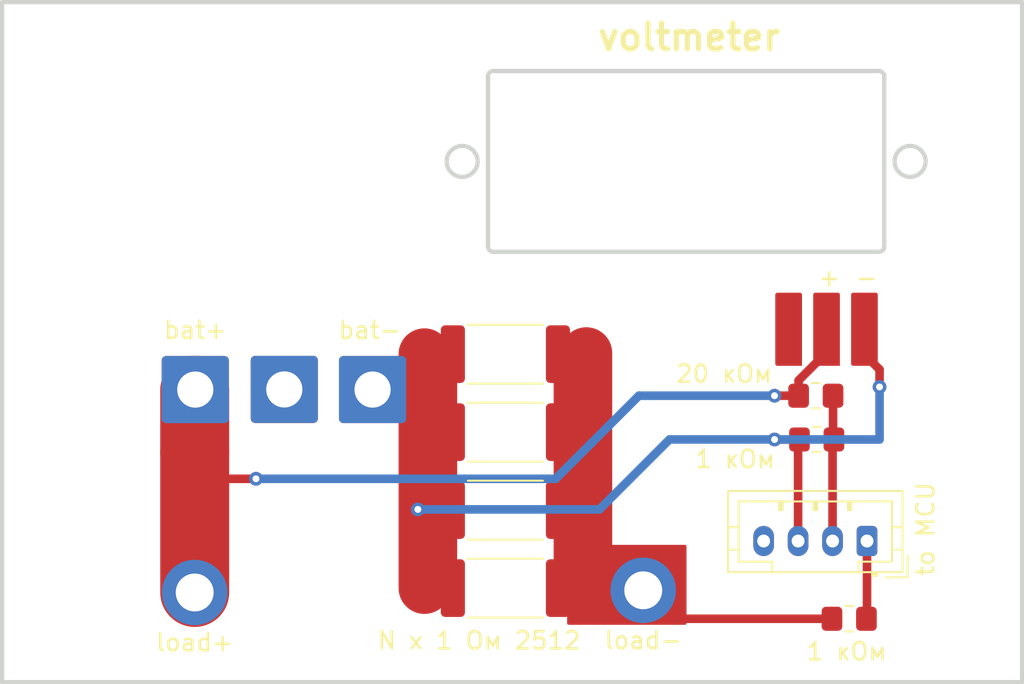
<source format=kicad_pcb>
(kicad_pcb (version 20211014) (generator pcbnew)
  (layers (0 "F.Cu" signal) (31 "B.Cu" signal) (34 "B.Paste" user) (35 "F.Paste" user) (36 "B.SilkS" user "B.Silkscreen") (37 "F.SilkS" user "F.Silkscreen") (38 "B.Mask" user) (39 "F.Mask" user) (44 "Edge.Cuts" user))
  (net 0 "")
  (net 1 "bat1-")
  (net 2 "u1")
  (net 3 "bat1+")
  (net 4 "i1")
  (net 5 "Net-(H4-Pad1)")
  (footprint "Resistor_SMD:R_2512_6332Metric_Pad1.40x3.35mm_HandSolder" (layer "F.Cu") (at 133.967 92.918666)
    (fp_text reference "R2" hide)
    (fp_text value "1 Ом 1 Вт" hide)
    (fp_line (start -2.177064 -1.71) (end 2.177064 -1.71) (layer "F.SilkS") (width 0.12))
    (fp_line (start -2.177064 1.71) (end 2.177064 1.71) (layer "F.SilkS") (width 0.12))
    (pad "1" smd roundrect locked (at -3.05 0) (size 1.4 3.35) (layers "F.Cu" "F.Paste" "F.Mask") (roundrect_rratio 0.1785707143) (net 1 "bat1-"))
    (pad "2" smd roundrect locked (at 3.05 0) (size 1.4 3.35) (layers "F.Cu" "F.Paste" "F.Mask") (roundrect_rratio 0.1785707143) (net 5 "Net-(H4-Pad1)"))
  )
  (footprint "Resistor_SMD:R_0805_2012Metric_Pad1.20x1.40mm_HandSolder" (layer "F.Cu") (at 153.922 103.759)
    (fp_text reference "R12" hide)
    (fp_text value "1 кОм" (at -0.143 1.902) (layer "F.SilkS"))
    (fp_line (start -0.227064 0.735) (end 0.227064 0.735) (layer "F.SilkS") (width 0.12))
    (fp_line (start -0.227064 -0.735) (end 0.227064 -0.735) (layer "F.SilkS") (width 0.12))
    (pad "1" smd roundrect locked (at -1 0) (size 1.2 1.4) (layers "F.Cu" "F.Paste" "F.Mask") (roundrect_rratio 0.2083333333) (net 5 "Net-(H4-Pad1)"))
    (pad "2" smd roundrect locked (at 1 0) (size 1.2 1.4) (layers "F.Cu" "F.Paste" "F.Mask") (roundrect_rratio 0.2083333333) (net 4 "i1"))
  )
  (footprint "Connector_Wire:SolderWire-1.5sqmm_1x01_D1.7mm_OD3.9mm" (layer "F.Cu") (at 115.96701 90.445548)
    (fp_text reference "H1" hide)
    (fp_text value "bat+" (at 0 -3.453548) (layer "F.SilkS"))
    (pad "1" thru_hole roundrect locked (at 0 0) (size 3.9 3.9) (drill 2.1) (layers *.Cu *.Mask) (roundrect_rratio 0.06410307692) (net 3 "bat1+"))
  )
  (footprint "Resistor_SMD:R_2512_6332Metric_Pad1.40x3.35mm_HandSolder" (layer "F.Cu") (at 133.967 101.978)
    (fp_text reference "R1" hide)
    (fp_text value "N x 1 Ом 2512" (at -1.524 3.048) (layer "F.SilkS"))
    (fp_line (start -2.177064 -1.71) (end 2.177064 -1.71) (layer "F.SilkS") (width 0.12))
    (fp_line (start -2.177064 1.71) (end 2.177064 1.71) (layer "F.SilkS") (width 0.12))
    (pad "1" smd roundrect locked (at -3.05 0) (size 1.4 3.35) (layers "F.Cu" "F.Paste" "F.Mask") (roundrect_rratio 0.1785707143) (net 1 "bat1-"))
    (pad "2" smd roundrect locked (at 3.05 0) (size 1.4 3.35) (layers "F.Cu" "F.Paste" "F.Mask") (roundrect_rratio 0.1785707143) (net 5 "Net-(H4-Pad1)"))
  )
  (footprint "Resistor_SMD:R_0805_2012Metric_Pad1.20x1.40mm_HandSolder" (layer "F.Cu") (at 151.985 90.802)
    (fp_text reference "R10" hide)
    (fp_text value "20 кОм" (at -5.318 -1.27) (layer "F.SilkS"))
    (fp_line (start -0.227064 0.735) (end 0.227064 0.735) (layer "F.SilkS") (width 0.12))
    (fp_line (start -0.227064 -0.735) (end 0.227064 -0.735) (layer "F.SilkS") (width 0.12))
    (pad "1" smd roundrect locked (at -1 0) (size 1.2 1.4) (layers "F.Cu" "F.Paste" "F.Mask") (roundrect_rratio 0.2083333333) (net 3 "bat1+"))
    (pad "2" smd roundrect locked (at 1 0) (size 1.2 1.4) (layers "F.Cu" "F.Paste" "F.Mask") (roundrect_rratio 0.2083333333) (net 2 "u1"))
  )
  (footprint "MountingHole:MountingHole_2.2mm_M2_DIN965_Pad_TopBottom" (layer "F.Cu") (at 141.968 102.105)
    (fp_text reference "H4" hide)
    (fp_text value "load-" (at 0 2.9) (layer "F.SilkS"))
    (pad "1" connect circle locked (at 0 0) (size 3.8 3.8) (layers "B.Cu" "B.Mask") (net 5 "Net-(H4-Pad1)"))
    (pad "1" thru_hole circle locked (at 0 0) (size 2.6 2.6) (drill 2.2) (layers *.Cu *.Mask) (net 5 "Net-(H4-Pad1)"))
    (pad "1" connect circle locked (at 0 0) (size 3.8 3.8) (layers "F.Cu" "F.Mask") (net 5 "Net-(H4-Pad1)"))
  )
  (footprint "Connector_JST:JST_PH_B4B-PH-K_1x04_P2.00mm_Vertical" (layer "F.Cu") (at 154.956102 99.242699 180)
    (fp_text reference "J1" hide)
    (fp_text value "to MCU" (at -3.394898 0.693699 90) (layer "F.SilkS"))
    (fp_line (start 4.9 2.3) (end 4.9 1.8) (layer "F.SilkS") (width 0.12))
    (fp_line (start -0.3 -1.81) (end -0.3 -2.01) (layer "F.SilkS") (width 0.12))
    (fp_line (start 8.06 2.91) (end 8.06 -1.81) (layer "F.SilkS") (width 0.12))
    (fp_line (start 5 2.3) (end 5 1.8) (layer "F.SilkS") (width 0.12))
    (fp_line (start -0.3 -2.01) (end -0.6 -2.01) (layer "F.SilkS") (width 0.12))
    (fp_line (start 0.9 2.3) (end 0.9 1.8) (layer "F.SilkS") (width 0.12))
    (fp_line (start -1.45 -1.2) (end -1.45 2.3) (layer "F.SilkS") (width 0.12))
    (fp_line (start 1 2.3) (end 1 1.8) (layer "F.SilkS") (width 0.12))
    (fp_line (start 1.1 1.8) (end 1.1 2.3) (layer "F.SilkS") (width 0.12))
    (fp_line (start -2.06 -0.5) (end -1.45 -0.5) (layer "F.SilkS") (width 0.12))
    (fp_line (start 8.06 -1.81) (end -2.06 -1.81) (layer "F.SilkS") (width 0.12))
    (fp_line (start 7.45 -1.2) (end 5.5 -1.2) (layer "F.SilkS") (width 0.12))
    (fp_line (start -1.11 -2.11) (end -2.36 -2.11) (layer "F.SilkS") (width 0.12))
    (fp_line (start 5.1 1.8) (end 5.1 2.3) (layer "F.SilkS") (width 0.12))
    (fp_line (start -2.06 2.91) (end 8.06 2.91) (layer "F.SilkS") (width 0.12))
    (fp_line (start 8.06 -0.5) (end 7.45 -0.5) (layer "F.SilkS") (width 0.12))
    (fp_line (start 5.5 -1.2) (end 5.5 -1.81) (layer "F.SilkS") (width 0.12))
    (fp_line (start -2.06 0.8) (end -1.45 0.8) (layer "F.SilkS") (width 0.12))
    (fp_line (start -1.45 2.3) (end 7.45 2.3) (layer "F.SilkS") (width 0.12))
    (fp_line (start 3.1 1.8) (end 3.1 2.3) (layer "F.SilkS") (width 0.12))
    (fp_line (start -2.06 -1.81) (end -2.06 2.91) (layer "F.SilkS") (width 0.12))
    (fp_line (start 4.9 1.8) (end 5.1 1.8) (layer "F.SilkS") (width 0.12))
    (fp_line (start 0.5 -1.81) (end 0.5 -1.2) (layer "F.SilkS") (width 0.12))
    (fp_line (start 2.9 2.3) (end 2.9 1.8) (layer "F.SilkS") (width 0.12))
    (fp_line (start 7.45 2.3) (end 7.45 -1.2) (layer "F.SilkS") (width 0.12))
    (fp_line (start 3 2.3) (end 3 1.8) (layer "F.SilkS") (width 0.12))
    (fp_line (start 8.06 0.8) (end 7.45 0.8) (layer "F.SilkS") (width 0.12))
    (fp_line (start -0.6 -2.01) (end -0.6 -1.81) (layer "F.SilkS") (width 0.12))
    (fp_line (start 2.9 1.8) (end 3.1 1.8) (layer "F.SilkS") (width 0.12))
    (fp_line (start -0.3 -1.91) (end -0.6 -1.91) (layer "F.SilkS") (width 0.12))
    (fp_line (start -2.36 -2.11) (end -2.36 -0.86) (layer "F.SilkS") (width 0.12))
    (fp_line (start 0.5 -1.2) (end -1.45 -1.2) (layer "F.SilkS") (width 0.12))
    (fp_line (start 0.9 1.8) (end 1.1 1.8) (layer "F.SilkS") (width 0.12))
    (pad "1" thru_hole roundrect locked (at 0 0 180) (size 1.2 1.75) (drill 0.75) (layers *.Cu *.Mask) (roundrect_rratio 0.2083333333) (net 4 "i1"))
    (pad "2" thru_hole oval locked (at 2 0 180) (size 1.2 1.75) (drill 0.75) (layers *.Cu *.Mask) (net 2 "u1"))
    (pad "3" thru_hole oval locked (at 4 0 180) (size 1.2 1.75) (drill 0.75) (layers *.Cu *.Mask) (net 1 "bat1-"))
    (pad "4" thru_hole oval locked (at 6 0 180) (size 1.2 1.75) (drill 0.75) (layers *.Cu *.Mask))
  )
  (footprint "Resistor_SMD:R_0805_2012Metric_Pad1.20x1.40mm_HandSolder" (layer "F.Cu") (at 152.035 93.345 180)
    (fp_text reference "R11" hide)
    (fp_text value "1 кОм" (at 4.733 -1.14) (layer "F.SilkS"))
    (fp_line (start -0.227064 -0.735) (end 0.227064 -0.735) (layer "F.SilkS") (width 0.12))
    (fp_line (start -0.227064 0.735) (end 0.227064 0.735) (layer "F.SilkS") (width 0.12))
    (pad "1" smd roundrect locked (at -1 0 180) (size 1.2 1.4) (layers "F.Cu" "F.Paste" "F.Mask") (roundrect_rratio 0.2083333333) (net 2 "u1"))
    (pad "2" smd roundrect locked (at 1 0 180) (size 1.2 1.4) (layers "F.Cu" "F.Paste" "F.Mask") (roundrect_rratio 0.2083333333) (net 1 "bat1-"))
  )
  (footprint "MountingHole:MountingHole_2.2mm_M2_DIN965_Pad_TopBottom" (layer "F.Cu") (at 115.933 102.232)
    (fp_text reference "H3" hide)
    (fp_text value "load+" (at 0 2.9) (layer "F.SilkS"))
    (pad "1" thru_hole circle locked (at 0 0) (size 2.6 2.6) (drill 2.2) (layers *.Cu *.Mask) (net 3 "bat1+"))
    (pad "1" connect circle locked (at 0 0) (size 3.8 3.8) (layers "F.Cu" "F.Mask") (net 3 "bat1+"))
    (pad "1" connect circle locked (at 0 0) (size 3.8 3.8) (layers "B.Cu" "B.Mask") (net 3 "bat1+"))
  )
  (footprint "Resistor_SMD:R_2512_6332Metric_Pad1.40x3.35mm_HandSolder" (layer "F.Cu") (at 133.967 88.389)
    (fp_text reference "R3" hide)
    (fp_text value "1 Ом 1 Вт" hide)
    (fp_line (start -2.177064 -1.71) (end 2.177064 -1.71) (layer "F.SilkS") (width 0.12))
    (fp_line (start -2.177064 1.71) (end 2.177064 1.71) (layer "F.SilkS") (width 0.12))
    (pad "1" smd roundrect locked (at -3.05 0) (size 1.4 3.35) (layers "F.Cu" "F.Paste" "F.Mask") (roundrect_rratio 0.1785707143) (net 1 "bat1-"))
    (pad "2" smd roundrect locked (at 3.05 0) (size 1.4 3.35) (layers "F.Cu" "F.Paste" "F.Mask") (roundrect_rratio 0.1785707143) (net 5 "Net-(H4-Pad1)"))
  )
  (footprint "Resistor_SMD:R_2512_6332Metric_Pad1.40x3.35mm_HandSolder" (layer "F.Cu") (at 133.967 97.448332)
    (fp_text reference "R4" hide)
    (fp_text value "1 Ом 1 Вт" hide)
    (fp_line (start -2.177064 1.71) (end 2.177064 1.71) (layer "F.SilkS") (width 0.12))
    (fp_line (start -2.177064 -1.71) (end 2.177064 -1.71) (layer "F.SilkS") (width 0.12))
    (pad "1" smd roundrect locked (at -3.05 0) (size 1.4 3.35) (layers "F.Cu" "F.Paste" "F.Mask") (roundrect_rratio 0.1785707143) (net 1 "bat1-"))
    (pad "2" smd roundrect locked (at 3.05 0) (size 1.4 3.35) (layers "F.Cu" "F.Paste" "F.Mask") (roundrect_rratio 0.1785707143) (net 5 "Net-(H4-Pad1)"))
  )
  (footprint "Connector_Wire:SolderWire-1.5sqmm_1x01_D1.7mm_OD3.9mm" (layer "F.Cu") (at 121.134109 90.437019)
    (fp_text reference "H2" hide)
    (fp_text value "nu" hide)
    (pad "1" thru_hole roundrect locked (at 0 0) (size 3.9 3.9) (drill 2.1) (layers *.Cu *.Mask) (roundrect_rratio 0.06410307692))
  )
  (footprint "Connector_Wire:SolderWire-1.5sqmm_1x01_D1.7mm_OD3.9mm" (layer "F.Cu") (at 126.257189 90.445044)
    (fp_text reference "H2" hide)
    (fp_text value "bat-" (at -0.164189 -3.453044) (layer "F.SilkS"))
    (pad "1" thru_hole roundrect locked (at 0 0) (size 3.9 3.9) (drill 2.1) (layers *.Cu *.Mask) (roundrect_rratio 0.06410307692) (net 1 "bat1-"))
  )
  (gr_poly (pts (xy 154.157 84.942) (xy 155.457 84.942) (xy 155.457 88.942) (xy 154.157 88.942)) (layer "F.Cu") (width 0.25) (fill solid))
  (gr_line (start 129.268 88.388172) (end 129.268 101.977172) (layer "F.Cu") (width 3))
  (gr_line (start 138.666 101.9145) (end 140.317 101.978) (layer "F.Cu") (width 0.2))
  (gr_poly (pts (xy 153.257 88.942) (xy 151.957 88.942) (xy 151.957 84.942) (xy 153.257 84.942)) (layer "F.Cu") (width 0.25) (fill solid))
  (gr_rect (start 144.381 99.565) (end 137.65 104.01) (layer "F.Cu") (width 0.2) (fill solid))
  (gr_line (start 138.666 88.3255) (end 138.666 101.9145) (layer "F.Cu") (width 3))
  (gr_poly (pts (xy 151.057 84.942) (xy 151.057 88.942) (xy 149.757 88.942) (xy 149.757 84.942)) (layer "F.Cu") (width 0.25) (fill solid))
  (gr_line (start 163.957 107.442) (end 163.957 67.942) (layer "Edge.Cuts") (width 0.25))
  (gr_arc (start 132.957 72.242) (mid 133.044868 72.029868) (end 133.257 71.942) (layer "Edge.Cuts") (width 0.25))
  (gr_arc (start 155.657 71.942) (mid 155.869132 72.029868) (end 155.957 72.242) (layer "Edge.Cuts") (width 0.25))
  (gr_line (start 155.657 71.942) (end 133.257 71.942) (layer "Edge.Cuts") (width 0.25))
  (gr_line (start 132.957 72.242) (end 132.957 82.142) (layer "Edge.Cuts") (width 0.25))
  (gr_circle (center 157.457 77.192) (end 158.357 77.192) (layer "Edge.Cuts") (width 0.25) (fill none))
  (gr_line (start 163.957 67.942) (end 104.757 67.942) (layer "Edge.Cuts") (width 0.25))
  (gr_circle (center 131.457 77.192) (end 132.357 77.192) (layer "Edge.Cuts") (width 0.25) (fill none))
  (gr_arc (start 133.257 82.442) (mid 133.044868 82.354132) (end 132.957 82.142) (layer "Edge.Cuts") (width 0.25))
  (gr_line (start 104.757 67.942) (end 104.757 107.442) (layer "Edge.Cuts") (width 0.25))
  (gr_arc (start 155.957 82.142) (mid 155.869132 82.354132) (end 155.657 82.442) (layer "Edge.Cuts") (width 0.25))
  (gr_line (start 104.757 107.442) (end 163.957 107.442) (layer "Edge.Cuts") (width 0.25))
  (gr_line (start 155.957 82.142) (end 155.957 72.242) (layer "Edge.Cuts") (width 0.25))
  (gr_line (start 133.257 82.442) (end 155.657 82.442) (layer "Edge.Cuts") (width 0.25))
  (gr_text "voltmeter" (at 144.635 69.974) (layer "F.SilkS") (effects (font (size 1.5 1.5) (thickness 0.3))))
  (gr_text "-" (at 154.922 83.944) (layer "F.SilkS") (effects (font (size 1 1))))
  (gr_text "+" (at 152.763 83.944) (layer "F.SilkS") (effects (font (size 1 1))))
  (segment (start 130.917 88.389) (end 130.917 92.918666) (width 0.5) (layer "F.Cu") (net 1))
  (segment (start 130.917 101.978) (end 130.917 97.448332) (width 0.5) (layer "F.Cu") (net 1))
  (segment (start 128.887 97.406) (end 128.929332 97.448332) (width 0.2) (layer "F.Cu") (net 1))
  (segment (start 150.956102 99.242699) (end 150.956102 93.423898) (width 0.5) (layer "F.Cu") (net 1))
  (segment (start 155.684 89.278) (end 155.049 88.643) (width 0.5) (layer "F.Cu") (net 1))
  (segment (start 150.956102 93.423898) (end 151.035 93.345) (width 0.2) (layer "F.Cu") (net 1))
  (segment (start 126.257189 90.445044) (end 128.735956 90.445044) (width 0.5) (layer "F.Cu") (net 1))
  (segment (start 128.929332 97.448332) (end 130.917 97.448332) (width 0.5) (layer "F.Cu") (net 1))
  (segment (start 130.917 92.626088) (end 128.735956 90.445044) (width 0.5) (layer "F.Cu") (net 1))
  (segment (start 128.860956 90.445044) (end 130.917 88.389) (width 0.5) (layer "F.Cu") (net 1))
  (segment (start 128.735956 90.445044) (end 128.860956 90.445044) (width 0.2) (layer "F.Cu") (net 1))
  (segment (start 130.917 97.448332) (end 130.917 92.918666) (width 0.5) (layer "F.Cu") (net 1))
  (segment (start 155.684 90.294) (end 155.684 89.278) (width 0.5) (layer "F.Cu") (net 1))
  (segment (start 149.588 93.342) (end 149.591 93.345) (width 0.2) (layer "F.Cu") (net 1))
  (segment (start 151.035 93.345) (end 149.591 93.345) (width 0.5) (layer "F.Cu") (net 1))
  (segment (start 130.917 92.918666) (end 130.917 92.626088) (width 0.2) (layer "F.Cu") (net 1))
  (via (at 149.591 93.345) (size 0.8) (drill 0.4) (layers "F.Cu" "B.Cu") (net 1))
  (via (at 128.887 97.406) (size 0.8) (drill 0.4) (layers "F.Cu" "B.Cu") (net 1))
  (via (at 155.684 90.294) (size 0.8) (drill 0.4) (layers "F.Cu" "B.Cu") (net 1))
  (segment (start 149.591 93.345) (end 149.588 93.342) (width 0.2) (layer "B.Cu") (net 1))
  (segment (start 149.591 93.345) (end 155.681 93.345) (width 0.5) (layer "B.Cu") (net 1))
  (segment (start 155.681 93.345) (end 155.684 93.342) (width 0.2) (layer "B.Cu") (net 1))
  (segment (start 139.428 97.406) (end 128.887 97.406) (width 0.5) (layer "B.Cu") (net 1))
  (segment (start 149.588 93.342) (end 145.524 93.342) (width 0.5) (layer "B.Cu") (net 1))
  (segment (start 143.492 93.342) (end 139.428 97.406) (width 0.5) (layer "B.Cu") (net 1))
  (segment (start 145.524 93.342) (end 143.492 93.342) (width 0.5) (layer "B.Cu") (net 1))
  (segment (start 155.684 93.342) (end 155.684 90.294) (width 0.5) (layer "B.Cu") (net 1))
  (segment (start 152.956102 99.242699) (end 152.956102 93.423898) (width 0.5) (layer "F.Cu") (net 2))
  (segment (start 152.956102 93.423898) (end 153.035 93.345) (width 0.25) (layer "F.Cu") (net 2))
  (segment (start 152.985 93.295) (end 153.035 93.345) (width 0.25) (layer "F.Cu") (net 2))
  (segment (start 152.985 90.802) (end 152.985 93.295) (width 0.5) (layer "F.Cu") (net 2))
  (segment (start 115.933 90.479558) (end 115.933 94.104) (width 4) (layer "F.Cu") (net 3))
  (segment (start 117.457 95.628) (end 115.933 94.104) (width 0.2) (layer "F.Cu") (net 3))
  (segment (start 152.128 88.77) (end 152.255 88.77) (width 0.2) (layer "F.Cu") (net 3))
  (segment (start 150.985 90.802) (end 149.588 90.802) (width 0.5) (layer "F.Cu") (net 3))
  (segment (start 119.489 95.628) (end 117.457 95.628) (width 0.5) (layer "F.Cu") (net 3))
  (segment (start 115.933 94.104) (end 115.933 102.232) (width 4) (layer "F.Cu") (net 3))
  (segment (start 115.96701 90.445548) (end 115.933 90.479558) (width 0.2) (layer "F.Cu") (net 3))
  (segment (start 150.985 90.802) (end 150.985 89.913) (width 0.5) (layer "F.Cu") (net 3))
  (segment (start 150.985 89.913) (end 152.128 88.77) (width 0.5) (layer "F.Cu") (net 3))
  (via (at 119.489 95.628) (size 0.8) (drill 0.4) (layers "F.Cu" "B.Cu") (net 3))
  (via (at 149.588 90.802) (size 0.8) (drill 0.4) (layers "F.Cu" "B.Cu") (net 3))
  (segment (start 141.714 90.802) (end 136.888 95.628) (width 0.5) (layer "B.Cu") (net 3))
  (segment (start 136.888 95.628) (end 119.489 95.628) (width 0.5) (layer "B.Cu") (net 3))
  (segment (start 149.588 90.802) (end 141.714 90.802) (width 0.5) (layer "B.Cu") (net 3))
  (segment (start 154.956102 99.242699) (end 154.956102 103.724898) (width 0.5) (layer "F.Cu") (net 4))
  (segment (start 154.956102 103.724898) (end 154.922 103.759) (width 0.25) (layer "F.Cu") (net 4))
  (segment (start 143.368 103.759) (end 141.968 102.359) (width 0.5) (layer "F.Cu") (net 5))
  (segment (start 137.017 92.918666) (end 137.017 97.448332) (width 0.5) (layer "F.Cu") (net 5))
  (segment (start 137.017 97.448332) (end 137.017 101.978) (width 0.5) (layer "F.Cu") (net 5))
  (segment (start 137.144 102.105) (end 137.017 101.978) (width 0.25) (layer "F.Cu") (net 5))
  (segment (start 141.968 102.105) (end 137.144 102.105) (width 0.5) (layer "F.Cu") (net 5))
  (segment (start 152.922 103.759) (end 143.368 103.759) (width 0.5) (layer "F.Cu") (net 5))
  (segment (start 141.968 102.359) (end 141.968 102.105) (width 0.25) (layer "F.Cu") (net 5))
  (segment (start 137.017 88.389) (end 137.017 92.918666) (width 0.5) (layer "F.Cu") (net 5))
)
</source>
